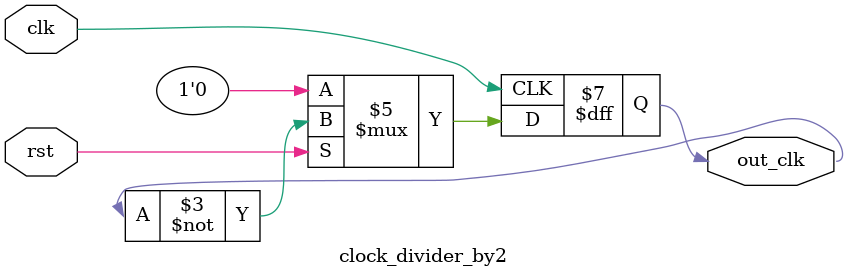
<source format=v>
module clock_divider_by2 (clk ,rst, out_clk);
	output reg out_clk;
	input clk ;
	input rst;
	always @(posedge clk)
	begin
	
	if (~rst)
		out_clk <= 1'b0;
	else	
		out_clk <= ~out_clk;	
	
	end
endmodule
</source>
